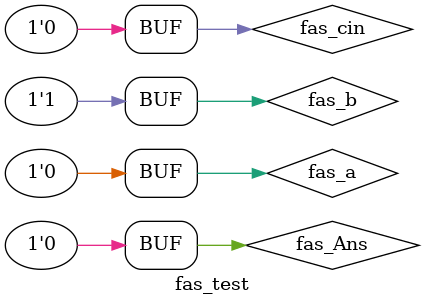
<source format=sv>
module fas_test;

// Put your code here
// ------------------



// Put your code here
// ------------------

	logic fas_a;          // Data input 0
    logic fas_b;          // Data input 1
    logic fas_cin;         // Select input
    logic fas_Ans;	// Output
	logic fas_s;
	logic fas_cout;

	fas uut (
		.a(fas_a),
		.b(fas_b),
		.cin(fas_cin),
		.a_ns(fas_Ans),
		.s(fas_s),
		.cout(fas_cout)
	);
	initial begin
//b=0->1 a=0 cin=0 a_ns=0 path
		fas_a= 1'b0;
		fas_b = 1'b0;
		fas_Ans = 1'b0;
		fas_cin=1'b0;
		
		#100;
		fas_a= 1'b0;
		fas_b = 1'b1;
		fas_Ans = 1'b0;
		fas_cin=1'b0;
		#100;
		fas_a= 1'b0;
		fas_b = 1'b0;
		fas_Ans = 1'b0;
		fas_cin=1'b0;
		#200
		
		//a=0->1 b=1 cin=0 a_ns=0 path
		fas_a= 1'b0;
		fas_b = 1'b1;
		fas_Ans = 1'b0;
		fas_cin=1'b0;
		
		#100;
		fas_a= 1'b1;
		fas_b = 1'b1;
		fas_Ans = 1'b0;
		fas_cin=1'b0;
		#100;
		fas_a= 1'b0;
		fas_b = 1'b1;
		fas_Ans = 1'b0;
		fas_cin=1'b0;
		
		
		end
		
		
		
// End of your code

endmodule

</source>
